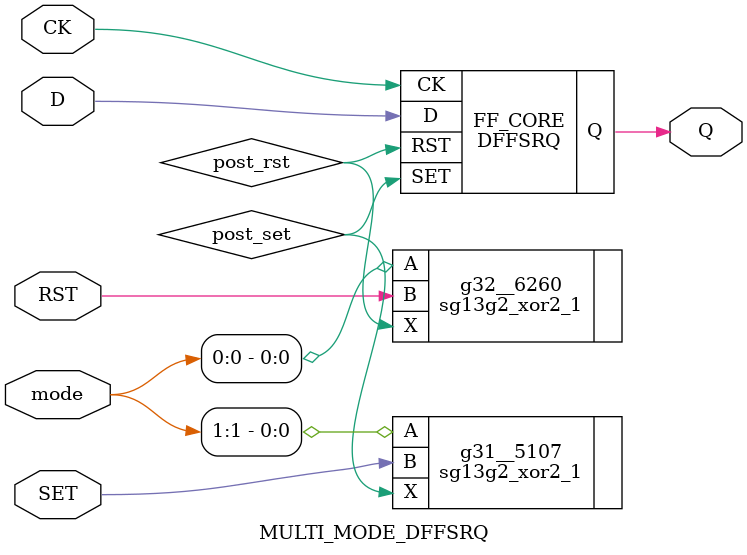
<source format=v>


// Verification Directory fv/MULTI_MODE_DFFSRQ 

module DFFSRQ(SET, RST, CK, D, Q);
  input SET, RST, CK, D;
  output Q;
  wire SET, RST, CK, D;
  wire Q;
  wire UNCONNECTED, n_1, n_2;
  sg13g2_sdfbbp_1 q_reg_reg(.RESET_B (n_1), .SET_B (n_2), .CLK (CK), .D
       (D), .SCD (1'b0), .SCE (1'b0), .Q (Q), .Q_N (UNCONNECTED));
  sg13g2_nand2_1 g25__2398(.A (n_1), .B (SET), .Y (n_2));
  sg13g2_inv_1 g26(.A (RST), .Y (n_1));
endmodule

module MULTI_MODE_DFFSRQ(SET, RST, CK, D, Q, mode);
  input SET, RST, CK, D;
  input [0:1] mode;
  output Q;
  wire SET, RST, CK, D;
  wire [0:1] mode;
  wire Q;
  wire post_rst, post_set;
  DFFSRQ FF_CORE(.SET (post_set), .RST (post_rst), .CK (CK), .D (D), .Q
       (Q));
  sg13g2_xor2_1 g31__5107(.A (mode[1]), .B (SET), .X (post_set));
  sg13g2_xor2_1 g32__6260(.A (mode[0]), .B (RST), .X (post_rst));
endmodule


</source>
